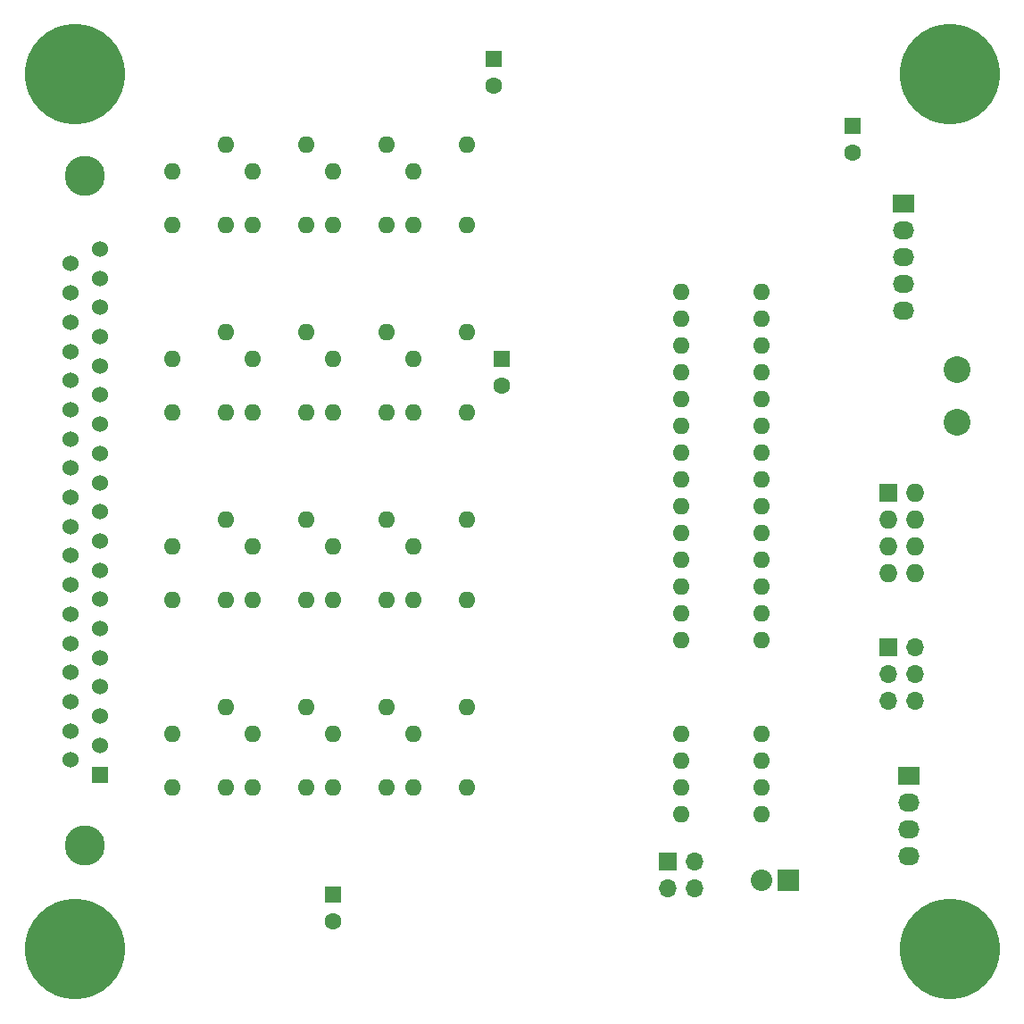
<source format=gbr>
G04 #@! TF.FileFunction,Soldermask,Bot*
%FSLAX46Y46*%
G04 Gerber Fmt 4.6, Leading zero omitted, Abs format (unit mm)*
G04 Created by KiCad (PCBNEW 4.0.5) date 06/30/17 14:30:05*
%MOMM*%
%LPD*%
G01*
G04 APERTURE LIST*
%ADD10C,0.150000*%
%ADD11C,9.525000*%
%ADD12R,2.032000X2.032000*%
%ADD13O,2.032000X2.032000*%
%ADD14R,1.524000X1.524000*%
%ADD15C,1.524000*%
%ADD16C,3.810000*%
%ADD17O,1.600000X1.600000*%
%ADD18R,1.727200X1.727200*%
%ADD19O,1.727200X1.727200*%
%ADD20R,2.032000X1.727200*%
%ADD21O,2.032000X1.727200*%
%ADD22R,1.700000X1.700000*%
%ADD23O,1.700000X1.700000*%
%ADD24C,2.540000*%
%ADD25R,1.600000X1.600000*%
%ADD26C,1.600000*%
G04 APERTURE END LIST*
D10*
D11*
X91000000Y-71000000D03*
X174000000Y-71000000D03*
X91000000Y-154000000D03*
X174000000Y-154000000D03*
D12*
X158660000Y-147423000D03*
D13*
X156120000Y-147423000D03*
D14*
X93422400Y-137417400D03*
D15*
X93422400Y-134648800D03*
X93422400Y-131880200D03*
X93422400Y-129111600D03*
X93422400Y-126343000D03*
X93422400Y-123574400D03*
X93422400Y-120805800D03*
X93422400Y-118037200D03*
X93422400Y-115268600D03*
D16*
X92000000Y-144123000D03*
X92000000Y-80623000D03*
D15*
X93422400Y-112500000D03*
X93422400Y-109731400D03*
X93422400Y-106962800D03*
X93422400Y-104194200D03*
X93422400Y-101425600D03*
X93422400Y-98657000D03*
X93422400Y-95888400D03*
X93422400Y-93119800D03*
X93422400Y-90351200D03*
X93422400Y-87582600D03*
X90577600Y-136045800D03*
X90577600Y-133277200D03*
X90577600Y-130508600D03*
X90577600Y-127740000D03*
X90577600Y-124971400D03*
X90577600Y-122202800D03*
X90577600Y-119434200D03*
X90577600Y-116665600D03*
X90577600Y-113897000D03*
X90577600Y-111128400D03*
X90577600Y-108359800D03*
X90577600Y-105591200D03*
X90577600Y-102822600D03*
X90577600Y-100054000D03*
X90577600Y-97285400D03*
X90577600Y-94516800D03*
X90577600Y-91748200D03*
X90577600Y-88979600D03*
D17*
X148500000Y-91670000D03*
X148500000Y-94210000D03*
X148500000Y-96750000D03*
X148500000Y-99290000D03*
X148500000Y-101830000D03*
X148500000Y-104370000D03*
X148500000Y-106910000D03*
X148500000Y-109450000D03*
X148500000Y-111990000D03*
X148500000Y-114530000D03*
X148500000Y-117070000D03*
X148500000Y-119610000D03*
X148500000Y-122150000D03*
X148500000Y-124690000D03*
X156120000Y-124690000D03*
X156120000Y-122150000D03*
X156120000Y-119610000D03*
X156120000Y-117070000D03*
X156120000Y-114530000D03*
X156120000Y-111990000D03*
X156120000Y-109450000D03*
X156120000Y-106910000D03*
X156120000Y-104370000D03*
X156120000Y-101830000D03*
X156120000Y-99290000D03*
X156120000Y-96750000D03*
X156120000Y-94210000D03*
X156120000Y-91670000D03*
X148500000Y-133580000D03*
X148500000Y-136120000D03*
X148500000Y-138660000D03*
X148500000Y-141200000D03*
X156120000Y-141200000D03*
X156120000Y-138660000D03*
X156120000Y-136120000D03*
X156120000Y-133580000D03*
D18*
X168185000Y-110720000D03*
D19*
X170725000Y-110720000D03*
X168185000Y-113260000D03*
X170725000Y-113260000D03*
X168185000Y-115800000D03*
X170725000Y-115800000D03*
X168185000Y-118340000D03*
X170725000Y-118340000D03*
D20*
X169582000Y-83288000D03*
D21*
X169582000Y-85828000D03*
X169582000Y-88368000D03*
X169582000Y-90908000D03*
X169582000Y-93448000D03*
D20*
X170118000Y-137550000D03*
D21*
X170118000Y-140090000D03*
X170118000Y-142630000D03*
X170118000Y-145170000D03*
D22*
X168185000Y-125325000D03*
D23*
X170725000Y-125325000D03*
X168185000Y-127865000D03*
X170725000Y-127865000D03*
X168185000Y-130405000D03*
X170725000Y-130405000D03*
D22*
X147230000Y-145645000D03*
D23*
X149770000Y-145645000D03*
X147230000Y-148185000D03*
X149770000Y-148185000D03*
D24*
X174662000Y-99036000D03*
X174662000Y-104036000D03*
D25*
X115480000Y-148820000D03*
D26*
X115480000Y-151320000D03*
D25*
X131482000Y-98020000D03*
D26*
X131482000Y-100520000D03*
D25*
X130720000Y-69572000D03*
D26*
X130720000Y-72072000D03*
D25*
X164756000Y-75922000D03*
D26*
X164756000Y-78422000D03*
D17*
X128180000Y-138660000D03*
X123100000Y-133580000D03*
X123100000Y-138660000D03*
X128180000Y-131040000D03*
X120560000Y-138660000D03*
X115480000Y-133580000D03*
X115480000Y-138660000D03*
X120560000Y-131040000D03*
X112940000Y-138660000D03*
X107860000Y-133580000D03*
X107860000Y-138660000D03*
X112940000Y-131040000D03*
X105320000Y-138660000D03*
X100240000Y-133580000D03*
X100240000Y-138660000D03*
X105320000Y-131040000D03*
X128180000Y-120880000D03*
X123100000Y-115800000D03*
X123100000Y-120880000D03*
X128180000Y-113260000D03*
X120560000Y-120880000D03*
X115480000Y-115800000D03*
X115480000Y-120880000D03*
X120560000Y-113260000D03*
X112940000Y-120880000D03*
X107860000Y-115800000D03*
X107860000Y-120880000D03*
X112940000Y-113260000D03*
X105320000Y-120880000D03*
X100240000Y-115800000D03*
X100240000Y-120880000D03*
X105320000Y-113260000D03*
X128180000Y-103100000D03*
X123100000Y-98020000D03*
X123100000Y-103100000D03*
X128180000Y-95480000D03*
X120560000Y-103100000D03*
X115480000Y-98020000D03*
X115480000Y-103100000D03*
X120560000Y-95480000D03*
X112940000Y-103100000D03*
X107860000Y-98020000D03*
X107860000Y-103100000D03*
X112940000Y-95480000D03*
X105320000Y-103100000D03*
X100240000Y-98020000D03*
X100240000Y-103100000D03*
X105320000Y-95480000D03*
X128180000Y-85320000D03*
X123100000Y-80240000D03*
X123100000Y-85320000D03*
X128180000Y-77700000D03*
X120560000Y-85320000D03*
X115480000Y-80240000D03*
X115480000Y-85320000D03*
X120560000Y-77700000D03*
X112940000Y-85320000D03*
X107860000Y-80240000D03*
X107860000Y-85320000D03*
X112940000Y-77700000D03*
X105320000Y-85320000D03*
X100240000Y-80240000D03*
X100240000Y-85320000D03*
X105320000Y-77700000D03*
M02*

</source>
